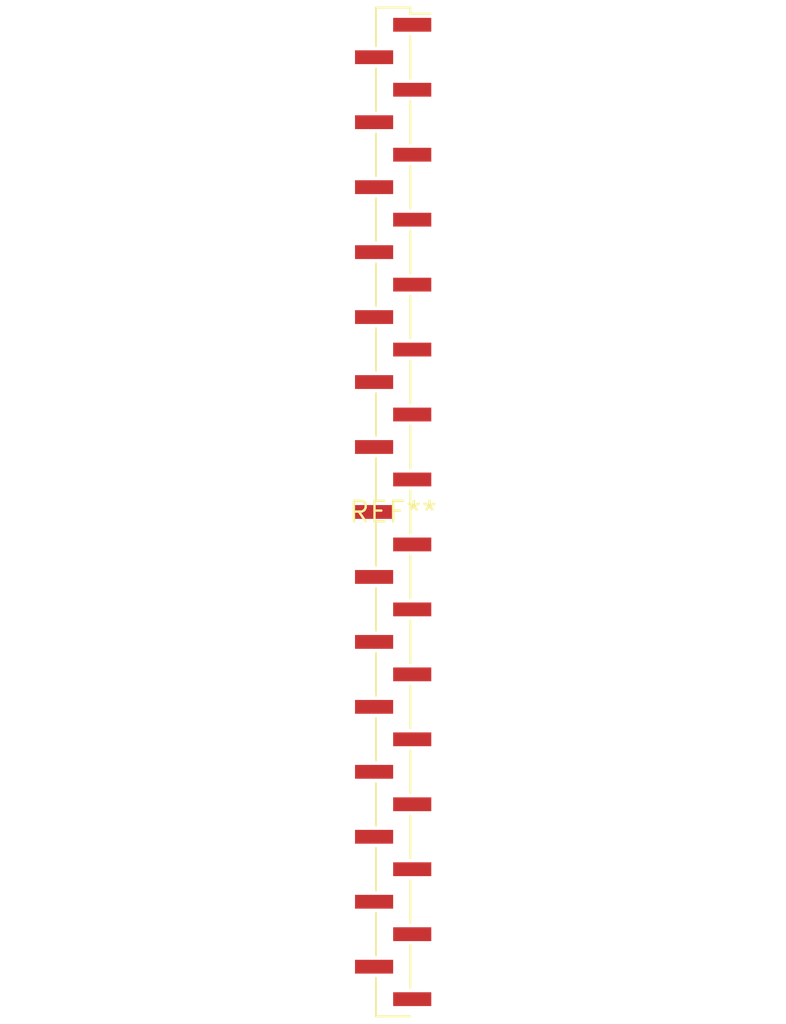
<source format=kicad_pcb>
(kicad_pcb (version 20240108) (generator pcbnew)
  (layers (0 "F.Cu" signal) (31 "B.Cu" signal) (34 "B.Paste" user) (35 "F.Paste" user) (36 "B.SilkS" user "B.Silkscreen") (37 "F.SilkS" user "F.Silkscreen") (38 "B.Mask" user) (39 "F.Mask" user) (44 "Edge.Cuts" user))
  (net 0 "")
  (footprint "PinHeader_1x31_P2.00mm_Vertical_SMD_Pin1Right" (layer "F.Cu") (at 0 0)
    (property "Reference" "REF**")
    (property "Value" "PinHeader_1x31_P2.00mm_Vertical_SMD_Pin1Right")
    (fp_line (start -1.06 -31.06) (end -1.06 -28.685) (layer "F.SilkS") (stroke (width 0.12)))
    (fp_line (start -1.06 -31.06) (end 1.06 -31.06) (layer "F.SilkS") (stroke (width 0.12)))
    (fp_line (start -1.06 -27.315) (end -1.06 -24.685) (layer "F.SilkS") (stroke (width 0.12)))
    (fp_line (start -1.06 -23.315) (end -1.06 -20.685) (layer "F.SilkS") (stroke (width 0.12)))
    (fp_line (start -1.06 -19.315) (end -1.06 -16.685) (layer "F.SilkS") (stroke (width 0.12)))
    (fp_line (start -1.06 -15.315) (end -1.06 -12.685) (layer "F.SilkS") (stroke (width 0.12)))
    (fp_line (start -1.06 -11.315) (end -1.06 -8.685) (layer "F.SilkS") (stroke (width 0.12)))
    (fp_line (start -1.06 -7.315) (end -1.06 -4.685) (layer "F.SilkS") (stroke (width 0.12)))
    (fp_line (start -1.06 -3.315) (end -1.06 -0.685) (layer "F.SilkS") (stroke (width 0.12)))
    (fp_line (start -1.06 0.685) (end -1.06 3.315) (layer "F.SilkS") (stroke (width 0.12)))
    (fp_line (start -1.06 4.685) (end -1.06 7.315) (layer "F.SilkS") (stroke (width 0.12)))
    (fp_line (start -1.06 8.685) (end -1.06 11.315) (layer "F.SilkS") (stroke (width 0.12)))
    (fp_line (start -1.06 12.685) (end -1.06 15.315) (layer "F.SilkS") (stroke (width 0.12)))
    (fp_line (start -1.06 16.685) (end -1.06 19.315) (layer "F.SilkS") (stroke (width 0.12)))
    (fp_line (start -1.06 20.685) (end -1.06 23.315) (layer "F.SilkS") (stroke (width 0.12)))
    (fp_line (start -1.06 24.685) (end -1.06 27.315) (layer "F.SilkS") (stroke (width 0.12)))
    (fp_line (start -1.06 28.685) (end -1.06 31.06) (layer "F.SilkS") (stroke (width 0.12)))
    (fp_line (start -1.06 30.685) (end -1.06 31.06) (layer "F.SilkS") (stroke (width 0.12)))
    (fp_line (start -1.06 31.06) (end 1.06 31.06) (layer "F.SilkS") (stroke (width 0.12)))
    (fp_line (start 1.06 -31.06) (end 1.06 -30.685) (layer "F.SilkS") (stroke (width 0.12)))
    (fp_line (start 1.06 -30.685) (end 2.29 -30.685) (layer "F.SilkS") (stroke (width 0.12)))
    (fp_line (start 1.06 -29.315) (end 1.06 -26.685) (layer "F.SilkS") (stroke (width 0.12)))
    (fp_line (start 1.06 -25.315) (end 1.06 -22.685) (layer "F.SilkS") (stroke (width 0.12)))
    (fp_line (start 1.06 -21.315) (end 1.06 -18.685) (layer "F.SilkS") (stroke (width 0.12)))
    (fp_line (start 1.06 -17.315) (end 1.06 -14.685) (layer "F.SilkS") (stroke (width 0.12)))
    (fp_line (start 1.06 -13.315) (end 1.06 -10.685) (layer "F.SilkS") (stroke (width 0.12)))
    (fp_line (start 1.06 -9.315) (end 1.06 -6.685) (layer "F.SilkS") (stroke (width 0.12)))
    (fp_line (start 1.06 -5.315) (end 1.06 -2.685) (layer "F.SilkS") (stroke (width 0.12)))
    (fp_line (start 1.06 -1.315) (end 1.06 1.315) (layer "F.SilkS") (stroke (width 0.12)))
    (fp_line (start 1.06 2.685) (end 1.06 5.315) (layer "F.SilkS") (stroke (width 0.12)))
    (fp_line (start 1.06 6.685) (end 1.06 9.315) (layer "F.SilkS") (stroke (width 0.12)))
    (fp_line (start 1.06 10.685) (end 1.06 13.315) (layer "F.SilkS") (stroke (width 0.12)))
    (fp_line (start 1.06 14.685) (end 1.06 17.315) (layer "F.SilkS") (stroke (width 0.12)))
    (fp_line (start 1.06 18.685) (end 1.06 21.315) (layer "F.SilkS") (stroke (width 0.12)))
    (fp_line (start 1.06 22.685) (end 1.06 25.315) (layer "F.SilkS") (stroke (width 0.12)))
    (fp_line (start 1.06 26.685) (end 1.06 29.315) (layer "F.SilkS") (stroke (width 0.12)))
    (pad "1" smd rect (at 1.175 -30) (size 2.35 0.85) (layers "F.Cu" "F.Paste" "F.Mask"))
    (pad "2" smd rect (at -1.175 -28) (size 2.35 0.85) (layers "F.Cu" "F.Paste" "F.Mask"))
    (pad "3" smd rect (at 1.175 -26) (size 2.35 0.85) (layers "F.Cu" "F.Paste" "F.Mask"))
    (pad "4" smd rect (at -1.175 -24) (size 2.35 0.85) (layers "F.Cu" "F.Paste" "F.Mask"))
    (pad "5" smd rect (at 1.175 -22) (size 2.35 0.85) (layers "F.Cu" "F.Paste" "F.Mask"))
    (pad "6" smd rect (at -1.175 -20) (size 2.35 0.85) (layers "F.Cu" "F.Paste" "F.Mask"))
    (pad "7" smd rect (at 1.175 -18) (size 2.35 0.85) (layers "F.Cu" "F.Paste" "F.Mask"))
    (pad "8" smd rect (at -1.175 -16) (size 2.35 0.85) (layers "F.Cu" "F.Paste" "F.Mask"))
    (pad "9" smd rect (at 1.175 -14) (size 2.35 0.85) (layers "F.Cu" "F.Paste" "F.Mask"))
    (pad "10" smd rect (at -1.175 -12) (size 2.35 0.85) (layers "F.Cu" "F.Paste" "F.Mask"))
    (pad "11" smd rect (at 1.175 -10) (size 2.35 0.85) (layers "F.Cu" "F.Paste" "F.Mask"))
    (pad "12" smd rect (at -1.175 -8) (size 2.35 0.85) (layers "F.Cu" "F.Paste" "F.Mask"))
    (pad "13" smd rect (at 1.175 -6) (size 2.35 0.85) (layers "F.Cu" "F.Paste" "F.Mask"))
    (pad "14" smd rect (at -1.175 -4) (size 2.35 0.85) (layers "F.Cu" "F.Paste" "F.Mask"))
    (pad "15" smd rect (at 1.175 -2) (size 2.35 0.85) (layers "F.Cu" "F.Paste" "F.Mask"))
    (pad "16" smd rect (at -1.175 0) (size 2.35 0.85) (layers "F.Cu" "F.Paste" "F.Mask"))
    (pad "17" smd rect (at 1.175 2) (size 2.35 0.85) (layers "F.Cu" "F.Paste" "F.Mask"))
    (pad "18" smd rect (at -1.175 4) (size 2.35 0.85) (layers "F.Cu" "F.Paste" "F.Mask"))
    (pad "19" smd rect (at 1.175 6) (size 2.35 0.85) (layers "F.Cu" "F.Paste" "F.Mask"))
    (pad "20" smd rect (at -1.175 8) (size 2.35 0.85) (layers "F.Cu" "F.Paste" "F.Mask"))
    (pad "21" smd rect (at 1.175 10) (size 2.35 0.85) (layers "F.Cu" "F.Paste" "F.Mask"))
    (pad "22" smd rect (at -1.175 12) (size 2.35 0.85) (layers "F.Cu" "F.Paste" "F.Mask"))
    (pad "23" smd rect (at 1.175 14) (size 2.35 0.85) (layers "F.Cu" "F.Paste" "F.Mask"))
    (pad "24" smd rect (at -1.175 16) (size 2.35 0.85) (layers "F.Cu" "F.Paste" "F.Mask"))
    (pad "25" smd rect (at 1.175 18) (size 2.35 0.85) (layers "F.Cu" "F.Paste" "F.Mask"))
    (pad "26" smd rect (at -1.175 20) (size 2.35 0.85) (layers "F.Cu" "F.Paste" "F.Mask"))
    (pad "27" smd rect (at 1.175 22) (size 2.35 0.85) (layers "F.Cu" "F.Paste" "F.Mask"))
    (pad "28" smd rect (at -1.175 24) (size 2.35 0.85) (layers "F.Cu" "F.Paste" "F.Mask"))
    (pad "29" smd rect (at 1.175 26) (size 2.35 0.85) (layers "F.Cu" "F.Paste" "F.Mask"))
    (pad "30" smd rect (at -1.175 28) (size 2.35 0.85) (layers "F.Cu" "F.Paste" "F.Mask"))
    (pad "31" smd rect (at 1.175 30) (size 2.35 0.85) (layers "F.Cu" "F.Paste" "F.Mask"))
  )
)
</source>
